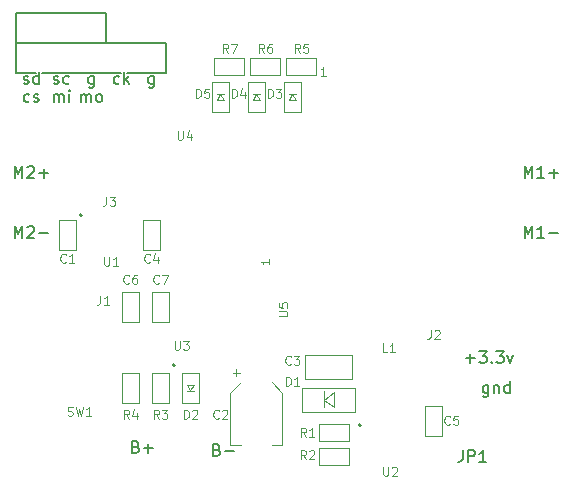
<source format=gbr>
G04 #@! TF.FileFunction,Legend,Top*
%FSLAX46Y46*%
G04 Gerber Fmt 4.6, Leading zero omitted, Abs format (unit mm)*
G04 Created by KiCad (PCBNEW (after 2015-may-25 BZR unknown)-product) date 9/14/2015 8:53:30 AM*
%MOMM*%
G01*
G04 APERTURE LIST*
%ADD10C,0.100000*%
%ADD11C,0.200000*%
%ADD12C,0.120000*%
%ADD13C,0.150000*%
G04 APERTURE END LIST*
D10*
D11*
X121920000Y-73660000D02*
X123571000Y-73660000D01*
X130810000Y-73660000D02*
X124079000Y-73660000D01*
X134620000Y-73660000D02*
X131318000Y-73660000D01*
X134620000Y-71120000D02*
X129540000Y-71120000D01*
X134620000Y-73660000D02*
X134620000Y-71120000D01*
X121920000Y-71120000D02*
X121920000Y-73660000D01*
X121920000Y-71120000D02*
X121920000Y-68580000D01*
X129540000Y-71120000D02*
X121920000Y-71120000D01*
X129540000Y-68580000D02*
X129540000Y-71120000D01*
X121920000Y-68580000D02*
X129540000Y-68580000D01*
D12*
X125539500Y-86106000D02*
X126936500Y-86106000D01*
X125539500Y-88646000D02*
X126936500Y-88646000D01*
X125539500Y-88646000D02*
X125539500Y-86106000D01*
X126936500Y-86106000D02*
X126936500Y-88646000D01*
X140540000Y-99375000D02*
X140540000Y-98775000D01*
X140240000Y-99075000D02*
X140840000Y-99075000D01*
X140040000Y-105175000D02*
X140940000Y-105175000D01*
X144440000Y-105175000D02*
X143540000Y-105175000D01*
X144440000Y-100775000D02*
X144440000Y-105175000D01*
X140040000Y-100775000D02*
X140040000Y-105175000D01*
X140040000Y-100775000D02*
X140940000Y-99875000D01*
X143540000Y-99875000D02*
X144440000Y-100775000D01*
X146367500Y-97536000D02*
X150304500Y-97536000D01*
X150304500Y-97536000D02*
X150304500Y-99568000D01*
X150304500Y-99568000D02*
X146367500Y-99568000D01*
X146367500Y-99568000D02*
X146367500Y-97536000D01*
X134048500Y-88646000D02*
X132651500Y-88646000D01*
X134048500Y-86106000D02*
X132651500Y-86106000D01*
X134048500Y-86106000D02*
X134048500Y-88646000D01*
X132651500Y-88646000D02*
X132651500Y-86106000D01*
X156527500Y-101854000D02*
X157924500Y-101854000D01*
X156527500Y-104394000D02*
X157924500Y-104394000D01*
X156527500Y-104394000D02*
X156527500Y-101854000D01*
X157924500Y-101854000D02*
X157924500Y-104394000D01*
X130873500Y-92202000D02*
X132270500Y-92202000D01*
X130873500Y-94742000D02*
X132270500Y-94742000D01*
X130873500Y-94742000D02*
X130873500Y-92202000D01*
X132270500Y-92202000D02*
X132270500Y-94742000D01*
X133413500Y-92202000D02*
X134810500Y-92202000D01*
X133413500Y-94742000D02*
X134810500Y-94742000D01*
X133413500Y-94742000D02*
X133413500Y-92202000D01*
X134810500Y-92202000D02*
X134810500Y-94742000D01*
X147955000Y-101981000D02*
X147955000Y-100647500D01*
X148780500Y-101981000D02*
X148780500Y-100711000D01*
X148780500Y-100711000D02*
X147955000Y-101346000D01*
X147955000Y-101346000D02*
X148780500Y-101981000D01*
X150622000Y-102362000D02*
X146113500Y-102362000D01*
X146113500Y-102362000D02*
X146113500Y-100330000D01*
X146113500Y-100330000D02*
X150622000Y-100330000D01*
X150622000Y-100330000D02*
X150622000Y-102362000D01*
X136969500Y-100584000D02*
X136334500Y-100584000D01*
X136334500Y-100076000D02*
X136652000Y-100520500D01*
X136652000Y-100520500D02*
X136969500Y-100076000D01*
X136969500Y-100076000D02*
X136334500Y-100076000D01*
X137350500Y-101600000D02*
X135953500Y-101600000D01*
X137350500Y-99060000D02*
X135953500Y-99060000D01*
X135953500Y-99060000D02*
X135953500Y-101600000D01*
X137350500Y-101600000D02*
X137350500Y-99060000D01*
X144970500Y-75438000D02*
X145605500Y-75438000D01*
X145605500Y-75946000D02*
X145288000Y-75501500D01*
X145288000Y-75501500D02*
X144970500Y-75946000D01*
X144970500Y-75946000D02*
X145605500Y-75946000D01*
X144589500Y-74422000D02*
X145986500Y-74422000D01*
X144589500Y-76962000D02*
X145986500Y-76962000D01*
X145986500Y-76962000D02*
X145986500Y-74422000D01*
X144589500Y-74422000D02*
X144589500Y-76962000D01*
X141922500Y-75438000D02*
X142557500Y-75438000D01*
X142557500Y-75946000D02*
X142240000Y-75501500D01*
X142240000Y-75501500D02*
X141922500Y-75946000D01*
X141922500Y-75946000D02*
X142557500Y-75946000D01*
X141541500Y-74422000D02*
X142938500Y-74422000D01*
X141541500Y-76962000D02*
X142938500Y-76962000D01*
X142938500Y-76962000D02*
X142938500Y-74422000D01*
X141541500Y-74422000D02*
X141541500Y-76962000D01*
X138874500Y-75438000D02*
X139509500Y-75438000D01*
X139509500Y-75946000D02*
X139192000Y-75501500D01*
X139192000Y-75501500D02*
X138874500Y-75946000D01*
X138874500Y-75946000D02*
X139509500Y-75946000D01*
X138493500Y-74422000D02*
X139890500Y-74422000D01*
X138493500Y-76962000D02*
X139890500Y-76962000D01*
X139890500Y-76962000D02*
X139890500Y-74422000D01*
X138493500Y-74422000D02*
X138493500Y-76962000D01*
X150114000Y-103441500D02*
X150114000Y-104838500D01*
X147574000Y-103441500D02*
X147574000Y-104838500D01*
X147574000Y-103441500D02*
X150114000Y-103441500D01*
X150114000Y-104838500D02*
X147574000Y-104838500D01*
X147574000Y-106870500D02*
X147574000Y-105473500D01*
X150114000Y-106870500D02*
X150114000Y-105473500D01*
X150114000Y-106870500D02*
X147574000Y-106870500D01*
X147574000Y-105473500D02*
X150114000Y-105473500D01*
X133413500Y-99060000D02*
X134810500Y-99060000D01*
X133413500Y-101600000D02*
X134810500Y-101600000D01*
X133413500Y-101600000D02*
X133413500Y-99060000D01*
X134810500Y-99060000D02*
X134810500Y-101600000D01*
X132270500Y-101600000D02*
X130873500Y-101600000D01*
X132270500Y-99060000D02*
X130873500Y-99060000D01*
X132270500Y-99060000D02*
X132270500Y-101600000D01*
X130873500Y-101600000D02*
X130873500Y-99060000D01*
X147320000Y-72453500D02*
X147320000Y-73850500D01*
X144780000Y-72453500D02*
X144780000Y-73850500D01*
X144780000Y-72453500D02*
X147320000Y-72453500D01*
X147320000Y-73850500D02*
X144780000Y-73850500D01*
X144272000Y-72453500D02*
X144272000Y-73850500D01*
X141732000Y-72453500D02*
X141732000Y-73850500D01*
X141732000Y-72453500D02*
X144272000Y-72453500D01*
X144272000Y-73850500D02*
X141732000Y-73850500D01*
X141224000Y-72453500D02*
X141224000Y-73850500D01*
X138684000Y-72453500D02*
X138684000Y-73850500D01*
X138684000Y-72453500D02*
X141224000Y-72453500D01*
X141224000Y-73850500D02*
X138684000Y-73850500D01*
D13*
X127470803Y-85725000D02*
G75*
G03X127470803Y-85725000I-89803J0D01*
G01*
X151092803Y-103505000D02*
G75*
G03X151092803Y-103505000I-89803J0D01*
G01*
X135344803Y-98425000D02*
G75*
G03X135344803Y-98425000I-89803J0D01*
G01*
D12*
X126113000Y-89675857D02*
X126077286Y-89711571D01*
X125970143Y-89747286D01*
X125898714Y-89747286D01*
X125791571Y-89711571D01*
X125720143Y-89640143D01*
X125684428Y-89568714D01*
X125648714Y-89425857D01*
X125648714Y-89318714D01*
X125684428Y-89175857D01*
X125720143Y-89104429D01*
X125791571Y-89033000D01*
X125898714Y-88997286D01*
X125970143Y-88997286D01*
X126077286Y-89033000D01*
X126113000Y-89068714D01*
X126827286Y-89747286D02*
X126398714Y-89747286D01*
X126613000Y-89747286D02*
X126613000Y-88997286D01*
X126541571Y-89104429D01*
X126470143Y-89175857D01*
X126398714Y-89211571D01*
X139067000Y-102883857D02*
X139031286Y-102919571D01*
X138924143Y-102955286D01*
X138852714Y-102955286D01*
X138745571Y-102919571D01*
X138674143Y-102848143D01*
X138638428Y-102776714D01*
X138602714Y-102633857D01*
X138602714Y-102526714D01*
X138638428Y-102383857D01*
X138674143Y-102312429D01*
X138745571Y-102241000D01*
X138852714Y-102205286D01*
X138924143Y-102205286D01*
X139031286Y-102241000D01*
X139067000Y-102276714D01*
X139352714Y-102276714D02*
X139388428Y-102241000D01*
X139459857Y-102205286D01*
X139638428Y-102205286D01*
X139709857Y-102241000D01*
X139745571Y-102276714D01*
X139781286Y-102348143D01*
X139781286Y-102419571D01*
X139745571Y-102526714D01*
X139317000Y-102955286D01*
X139781286Y-102955286D01*
X145163000Y-98311857D02*
X145127286Y-98347571D01*
X145020143Y-98383286D01*
X144948714Y-98383286D01*
X144841571Y-98347571D01*
X144770143Y-98276143D01*
X144734428Y-98204714D01*
X144698714Y-98061857D01*
X144698714Y-97954714D01*
X144734428Y-97811857D01*
X144770143Y-97740429D01*
X144841571Y-97669000D01*
X144948714Y-97633286D01*
X145020143Y-97633286D01*
X145127286Y-97669000D01*
X145163000Y-97704714D01*
X145413000Y-97633286D02*
X145877286Y-97633286D01*
X145627286Y-97919000D01*
X145734428Y-97919000D01*
X145805857Y-97954714D01*
X145841571Y-97990429D01*
X145877286Y-98061857D01*
X145877286Y-98240429D01*
X145841571Y-98311857D01*
X145805857Y-98347571D01*
X145734428Y-98383286D01*
X145520143Y-98383286D01*
X145448714Y-98347571D01*
X145413000Y-98311857D01*
X133225000Y-89675857D02*
X133189286Y-89711571D01*
X133082143Y-89747286D01*
X133010714Y-89747286D01*
X132903571Y-89711571D01*
X132832143Y-89640143D01*
X132796428Y-89568714D01*
X132760714Y-89425857D01*
X132760714Y-89318714D01*
X132796428Y-89175857D01*
X132832143Y-89104429D01*
X132903571Y-89033000D01*
X133010714Y-88997286D01*
X133082143Y-88997286D01*
X133189286Y-89033000D01*
X133225000Y-89068714D01*
X133867857Y-89247286D02*
X133867857Y-89747286D01*
X133689286Y-88961571D02*
X133510714Y-89497286D01*
X133975000Y-89497286D01*
X158625000Y-103391857D02*
X158589286Y-103427571D01*
X158482143Y-103463286D01*
X158410714Y-103463286D01*
X158303571Y-103427571D01*
X158232143Y-103356143D01*
X158196428Y-103284714D01*
X158160714Y-103141857D01*
X158160714Y-103034714D01*
X158196428Y-102891857D01*
X158232143Y-102820429D01*
X158303571Y-102749000D01*
X158410714Y-102713286D01*
X158482143Y-102713286D01*
X158589286Y-102749000D01*
X158625000Y-102784714D01*
X159303571Y-102713286D02*
X158946428Y-102713286D01*
X158910714Y-103070429D01*
X158946428Y-103034714D01*
X159017857Y-102999000D01*
X159196428Y-102999000D01*
X159267857Y-103034714D01*
X159303571Y-103070429D01*
X159339286Y-103141857D01*
X159339286Y-103320429D01*
X159303571Y-103391857D01*
X159267857Y-103427571D01*
X159196428Y-103463286D01*
X159017857Y-103463286D01*
X158946428Y-103427571D01*
X158910714Y-103391857D01*
X131447000Y-91453857D02*
X131411286Y-91489571D01*
X131304143Y-91525286D01*
X131232714Y-91525286D01*
X131125571Y-91489571D01*
X131054143Y-91418143D01*
X131018428Y-91346714D01*
X130982714Y-91203857D01*
X130982714Y-91096714D01*
X131018428Y-90953857D01*
X131054143Y-90882429D01*
X131125571Y-90811000D01*
X131232714Y-90775286D01*
X131304143Y-90775286D01*
X131411286Y-90811000D01*
X131447000Y-90846714D01*
X132089857Y-90775286D02*
X131947000Y-90775286D01*
X131875571Y-90811000D01*
X131839857Y-90846714D01*
X131768428Y-90953857D01*
X131732714Y-91096714D01*
X131732714Y-91382429D01*
X131768428Y-91453857D01*
X131804143Y-91489571D01*
X131875571Y-91525286D01*
X132018428Y-91525286D01*
X132089857Y-91489571D01*
X132125571Y-91453857D01*
X132161286Y-91382429D01*
X132161286Y-91203857D01*
X132125571Y-91132429D01*
X132089857Y-91096714D01*
X132018428Y-91061000D01*
X131875571Y-91061000D01*
X131804143Y-91096714D01*
X131768428Y-91132429D01*
X131732714Y-91203857D01*
X133987000Y-91453857D02*
X133951286Y-91489571D01*
X133844143Y-91525286D01*
X133772714Y-91525286D01*
X133665571Y-91489571D01*
X133594143Y-91418143D01*
X133558428Y-91346714D01*
X133522714Y-91203857D01*
X133522714Y-91096714D01*
X133558428Y-90953857D01*
X133594143Y-90882429D01*
X133665571Y-90811000D01*
X133772714Y-90775286D01*
X133844143Y-90775286D01*
X133951286Y-90811000D01*
X133987000Y-90846714D01*
X134237000Y-90775286D02*
X134737000Y-90775286D01*
X134415571Y-91525286D01*
X144734428Y-100161286D02*
X144734428Y-99411286D01*
X144913000Y-99411286D01*
X145020143Y-99447000D01*
X145091571Y-99518429D01*
X145127286Y-99589857D01*
X145163000Y-99732714D01*
X145163000Y-99839857D01*
X145127286Y-99982714D01*
X145091571Y-100054143D01*
X145020143Y-100125571D01*
X144913000Y-100161286D01*
X144734428Y-100161286D01*
X145877286Y-100161286D02*
X145448714Y-100161286D01*
X145663000Y-100161286D02*
X145663000Y-99411286D01*
X145591571Y-99518429D01*
X145520143Y-99589857D01*
X145448714Y-99625571D01*
X136098428Y-102955286D02*
X136098428Y-102205286D01*
X136277000Y-102205286D01*
X136384143Y-102241000D01*
X136455571Y-102312429D01*
X136491286Y-102383857D01*
X136527000Y-102526714D01*
X136527000Y-102633857D01*
X136491286Y-102776714D01*
X136455571Y-102848143D01*
X136384143Y-102919571D01*
X136277000Y-102955286D01*
X136098428Y-102955286D01*
X136812714Y-102276714D02*
X136848428Y-102241000D01*
X136919857Y-102205286D01*
X137098428Y-102205286D01*
X137169857Y-102241000D01*
X137205571Y-102276714D01*
X137241286Y-102348143D01*
X137241286Y-102419571D01*
X137205571Y-102526714D01*
X136777000Y-102955286D01*
X137241286Y-102955286D01*
X143210428Y-75777286D02*
X143210428Y-75027286D01*
X143389000Y-75027286D01*
X143496143Y-75063000D01*
X143567571Y-75134429D01*
X143603286Y-75205857D01*
X143639000Y-75348714D01*
X143639000Y-75455857D01*
X143603286Y-75598714D01*
X143567571Y-75670143D01*
X143496143Y-75741571D01*
X143389000Y-75777286D01*
X143210428Y-75777286D01*
X143889000Y-75027286D02*
X144353286Y-75027286D01*
X144103286Y-75313000D01*
X144210428Y-75313000D01*
X144281857Y-75348714D01*
X144317571Y-75384429D01*
X144353286Y-75455857D01*
X144353286Y-75634429D01*
X144317571Y-75705857D01*
X144281857Y-75741571D01*
X144210428Y-75777286D01*
X143996143Y-75777286D01*
X143924714Y-75741571D01*
X143889000Y-75705857D01*
X140162428Y-75777286D02*
X140162428Y-75027286D01*
X140341000Y-75027286D01*
X140448143Y-75063000D01*
X140519571Y-75134429D01*
X140555286Y-75205857D01*
X140591000Y-75348714D01*
X140591000Y-75455857D01*
X140555286Y-75598714D01*
X140519571Y-75670143D01*
X140448143Y-75741571D01*
X140341000Y-75777286D01*
X140162428Y-75777286D01*
X141233857Y-75277286D02*
X141233857Y-75777286D01*
X141055286Y-74991571D02*
X140876714Y-75527286D01*
X141341000Y-75527286D01*
X137114428Y-75777286D02*
X137114428Y-75027286D01*
X137293000Y-75027286D01*
X137400143Y-75063000D01*
X137471571Y-75134429D01*
X137507286Y-75205857D01*
X137543000Y-75348714D01*
X137543000Y-75455857D01*
X137507286Y-75598714D01*
X137471571Y-75670143D01*
X137400143Y-75741571D01*
X137293000Y-75777286D01*
X137114428Y-75777286D01*
X138221571Y-75027286D02*
X137864428Y-75027286D01*
X137828714Y-75384429D01*
X137864428Y-75348714D01*
X137935857Y-75313000D01*
X138114428Y-75313000D01*
X138185857Y-75348714D01*
X138221571Y-75384429D01*
X138257286Y-75455857D01*
X138257286Y-75634429D01*
X138221571Y-75705857D01*
X138185857Y-75741571D01*
X138114428Y-75777286D01*
X137935857Y-75777286D01*
X137864428Y-75741571D01*
X137828714Y-75705857D01*
X129036000Y-92553286D02*
X129036000Y-93089000D01*
X129000286Y-93196143D01*
X128928857Y-93267571D01*
X128821714Y-93303286D01*
X128750286Y-93303286D01*
X129786001Y-93303286D02*
X129357429Y-93303286D01*
X129571715Y-93303286D02*
X129571715Y-92553286D01*
X129500286Y-92660429D01*
X129428858Y-92731857D01*
X129357429Y-92767571D01*
D13*
X159694667Y-105624381D02*
X159694667Y-106338667D01*
X159647047Y-106481524D01*
X159551809Y-106576762D01*
X159408952Y-106624381D01*
X159313714Y-106624381D01*
X160170857Y-106624381D02*
X160170857Y-105624381D01*
X160551810Y-105624381D01*
X160647048Y-105672000D01*
X160694667Y-105719619D01*
X160742286Y-105814857D01*
X160742286Y-105957714D01*
X160694667Y-106052952D01*
X160647048Y-106100571D01*
X160551810Y-106148190D01*
X160170857Y-106148190D01*
X161694667Y-106624381D02*
X161123238Y-106624381D01*
X161408952Y-106624381D02*
X161408952Y-105624381D01*
X161313714Y-105767238D01*
X161218476Y-105862476D01*
X161123238Y-105910095D01*
D12*
X153321000Y-97315286D02*
X152963857Y-97315286D01*
X152963857Y-96565286D01*
X153963858Y-97315286D02*
X153535286Y-97315286D01*
X153749572Y-97315286D02*
X153749572Y-96565286D01*
X153678143Y-96672429D01*
X153606715Y-96743857D01*
X153535286Y-96779571D01*
D13*
X125087143Y-74572762D02*
X125182381Y-74620381D01*
X125372857Y-74620381D01*
X125468096Y-74572762D01*
X125515715Y-74477524D01*
X125515715Y-74429905D01*
X125468096Y-74334667D01*
X125372857Y-74287048D01*
X125230000Y-74287048D01*
X125134762Y-74239429D01*
X125087143Y-74144190D01*
X125087143Y-74096571D01*
X125134762Y-74001333D01*
X125230000Y-73953714D01*
X125372857Y-73953714D01*
X125468096Y-74001333D01*
X126372858Y-74572762D02*
X126277620Y-74620381D01*
X126087143Y-74620381D01*
X125991905Y-74572762D01*
X125944286Y-74525143D01*
X125896667Y-74429905D01*
X125896667Y-74144190D01*
X125944286Y-74048952D01*
X125991905Y-74001333D01*
X126087143Y-73953714D01*
X126277620Y-73953714D01*
X126372858Y-74001333D01*
X123023334Y-76096762D02*
X122928096Y-76144381D01*
X122737619Y-76144381D01*
X122642381Y-76096762D01*
X122594762Y-76049143D01*
X122547143Y-75953905D01*
X122547143Y-75668190D01*
X122594762Y-75572952D01*
X122642381Y-75525333D01*
X122737619Y-75477714D01*
X122928096Y-75477714D01*
X123023334Y-75525333D01*
X123404286Y-76096762D02*
X123499524Y-76144381D01*
X123690000Y-76144381D01*
X123785239Y-76096762D01*
X123832858Y-76001524D01*
X123832858Y-75953905D01*
X123785239Y-75858667D01*
X123690000Y-75811048D01*
X123547143Y-75811048D01*
X123451905Y-75763429D01*
X123404286Y-75668190D01*
X123404286Y-75620571D01*
X123451905Y-75525333D01*
X123547143Y-75477714D01*
X123690000Y-75477714D01*
X123785239Y-75525333D01*
X125063334Y-76144381D02*
X125063334Y-75477714D01*
X125063334Y-75572952D02*
X125110953Y-75525333D01*
X125206191Y-75477714D01*
X125349049Y-75477714D01*
X125444287Y-75525333D01*
X125491906Y-75620571D01*
X125491906Y-76144381D01*
X125491906Y-75620571D02*
X125539525Y-75525333D01*
X125634763Y-75477714D01*
X125777620Y-75477714D01*
X125872858Y-75525333D01*
X125920477Y-75620571D01*
X125920477Y-76144381D01*
X126396667Y-76144381D02*
X126396667Y-75477714D01*
X126396667Y-75144381D02*
X126349048Y-75192000D01*
X126396667Y-75239619D01*
X126444286Y-75192000D01*
X126396667Y-75144381D01*
X126396667Y-75239619D01*
X127389048Y-76144381D02*
X127389048Y-75477714D01*
X127389048Y-75572952D02*
X127436667Y-75525333D01*
X127531905Y-75477714D01*
X127674763Y-75477714D01*
X127770001Y-75525333D01*
X127817620Y-75620571D01*
X127817620Y-76144381D01*
X127817620Y-75620571D02*
X127865239Y-75525333D01*
X127960477Y-75477714D01*
X128103334Y-75477714D01*
X128198572Y-75525333D01*
X128246191Y-75620571D01*
X128246191Y-76144381D01*
X128865238Y-76144381D02*
X128770000Y-76096762D01*
X128722381Y-76049143D01*
X128674762Y-75953905D01*
X128674762Y-75668190D01*
X128722381Y-75572952D01*
X128770000Y-75525333D01*
X128865238Y-75477714D01*
X129008096Y-75477714D01*
X129103334Y-75525333D01*
X129150953Y-75572952D01*
X129198572Y-75668190D01*
X129198572Y-75953905D01*
X129150953Y-76049143D01*
X129103334Y-76096762D01*
X129008096Y-76144381D01*
X128865238Y-76144381D01*
X130643334Y-74572762D02*
X130548096Y-74620381D01*
X130357619Y-74620381D01*
X130262381Y-74572762D01*
X130214762Y-74525143D01*
X130167143Y-74429905D01*
X130167143Y-74144190D01*
X130214762Y-74048952D01*
X130262381Y-74001333D01*
X130357619Y-73953714D01*
X130548096Y-73953714D01*
X130643334Y-74001333D01*
X131071905Y-74620381D02*
X131071905Y-73620381D01*
X131167143Y-74239429D02*
X131452858Y-74620381D01*
X131452858Y-73953714D02*
X131071905Y-74334667D01*
X159972619Y-97861429D02*
X160734524Y-97861429D01*
X160353572Y-98242381D02*
X160353572Y-97480476D01*
X161115476Y-97242381D02*
X161734524Y-97242381D01*
X161401190Y-97623333D01*
X161544048Y-97623333D01*
X161639286Y-97670952D01*
X161686905Y-97718571D01*
X161734524Y-97813810D01*
X161734524Y-98051905D01*
X161686905Y-98147143D01*
X161639286Y-98194762D01*
X161544048Y-98242381D01*
X161258333Y-98242381D01*
X161163095Y-98194762D01*
X161115476Y-98147143D01*
X162163095Y-98147143D02*
X162210714Y-98194762D01*
X162163095Y-98242381D01*
X162115476Y-98194762D01*
X162163095Y-98147143D01*
X162163095Y-98242381D01*
X162544047Y-97242381D02*
X163163095Y-97242381D01*
X162829761Y-97623333D01*
X162972619Y-97623333D01*
X163067857Y-97670952D01*
X163115476Y-97718571D01*
X163163095Y-97813810D01*
X163163095Y-98051905D01*
X163115476Y-98147143D01*
X163067857Y-98194762D01*
X162972619Y-98242381D01*
X162686904Y-98242381D01*
X162591666Y-98194762D01*
X162544047Y-98147143D01*
X163496428Y-97575714D02*
X163734523Y-98242381D01*
X163972619Y-97575714D01*
X161869524Y-100115714D02*
X161869524Y-100925238D01*
X161821905Y-101020476D01*
X161774286Y-101068095D01*
X161679047Y-101115714D01*
X161536190Y-101115714D01*
X161440952Y-101068095D01*
X161869524Y-100734762D02*
X161774286Y-100782381D01*
X161583809Y-100782381D01*
X161488571Y-100734762D01*
X161440952Y-100687143D01*
X161393333Y-100591905D01*
X161393333Y-100306190D01*
X161440952Y-100210952D01*
X161488571Y-100163333D01*
X161583809Y-100115714D01*
X161774286Y-100115714D01*
X161869524Y-100163333D01*
X162345714Y-100115714D02*
X162345714Y-100782381D01*
X162345714Y-100210952D02*
X162393333Y-100163333D01*
X162488571Y-100115714D01*
X162631429Y-100115714D01*
X162726667Y-100163333D01*
X162774286Y-100258571D01*
X162774286Y-100782381D01*
X163679048Y-100782381D02*
X163679048Y-99782381D01*
X163679048Y-100734762D02*
X163583810Y-100782381D01*
X163393333Y-100782381D01*
X163298095Y-100734762D01*
X163250476Y-100687143D01*
X163202857Y-100591905D01*
X163202857Y-100306190D01*
X163250476Y-100210952D01*
X163298095Y-100163333D01*
X163393333Y-100115714D01*
X163583810Y-100115714D01*
X163679048Y-100163333D01*
X164941429Y-82562381D02*
X164941429Y-81562381D01*
X165274763Y-82276667D01*
X165608096Y-81562381D01*
X165608096Y-82562381D01*
X166608096Y-82562381D02*
X166036667Y-82562381D01*
X166322381Y-82562381D02*
X166322381Y-81562381D01*
X166227143Y-81705238D01*
X166131905Y-81800476D01*
X166036667Y-81848095D01*
X167036667Y-82181429D02*
X167798572Y-82181429D01*
X167417620Y-82562381D02*
X167417620Y-81800476D01*
X164941429Y-87642381D02*
X164941429Y-86642381D01*
X165274763Y-87356667D01*
X165608096Y-86642381D01*
X165608096Y-87642381D01*
X166608096Y-87642381D02*
X166036667Y-87642381D01*
X166322381Y-87642381D02*
X166322381Y-86642381D01*
X166227143Y-86785238D01*
X166131905Y-86880476D01*
X166036667Y-86928095D01*
X167036667Y-87261429D02*
X167798572Y-87261429D01*
X121761429Y-82562381D02*
X121761429Y-81562381D01*
X122094763Y-82276667D01*
X122428096Y-81562381D01*
X122428096Y-82562381D01*
X122856667Y-81657619D02*
X122904286Y-81610000D01*
X122999524Y-81562381D01*
X123237620Y-81562381D01*
X123332858Y-81610000D01*
X123380477Y-81657619D01*
X123428096Y-81752857D01*
X123428096Y-81848095D01*
X123380477Y-81990952D01*
X122809048Y-82562381D01*
X123428096Y-82562381D01*
X123856667Y-82181429D02*
X124618572Y-82181429D01*
X124237620Y-82562381D02*
X124237620Y-81800476D01*
X121761429Y-87642381D02*
X121761429Y-86642381D01*
X122094763Y-87356667D01*
X122428096Y-86642381D01*
X122428096Y-87642381D01*
X122856667Y-86737619D02*
X122904286Y-86690000D01*
X122999524Y-86642381D01*
X123237620Y-86642381D01*
X123332858Y-86690000D01*
X123380477Y-86737619D01*
X123428096Y-86832857D01*
X123428096Y-86928095D01*
X123380477Y-87070952D01*
X122809048Y-87642381D01*
X123428096Y-87642381D01*
X123856667Y-87261429D02*
X124618572Y-87261429D01*
D12*
X146433000Y-104479286D02*
X146183000Y-104122143D01*
X146004428Y-104479286D02*
X146004428Y-103729286D01*
X146290143Y-103729286D01*
X146361571Y-103765000D01*
X146397286Y-103800714D01*
X146433000Y-103872143D01*
X146433000Y-103979286D01*
X146397286Y-104050714D01*
X146361571Y-104086429D01*
X146290143Y-104122143D01*
X146004428Y-104122143D01*
X147147286Y-104479286D02*
X146718714Y-104479286D01*
X146933000Y-104479286D02*
X146933000Y-103729286D01*
X146861571Y-103836429D01*
X146790143Y-103907857D01*
X146718714Y-103943571D01*
X146433000Y-106384286D02*
X146183000Y-106027143D01*
X146004428Y-106384286D02*
X146004428Y-105634286D01*
X146290143Y-105634286D01*
X146361571Y-105670000D01*
X146397286Y-105705714D01*
X146433000Y-105777143D01*
X146433000Y-105884286D01*
X146397286Y-105955714D01*
X146361571Y-105991429D01*
X146290143Y-106027143D01*
X146004428Y-106027143D01*
X146718714Y-105705714D02*
X146754428Y-105670000D01*
X146825857Y-105634286D01*
X147004428Y-105634286D01*
X147075857Y-105670000D01*
X147111571Y-105705714D01*
X147147286Y-105777143D01*
X147147286Y-105848571D01*
X147111571Y-105955714D01*
X146683000Y-106384286D01*
X147147286Y-106384286D01*
X133987000Y-102955286D02*
X133737000Y-102598143D01*
X133558428Y-102955286D02*
X133558428Y-102205286D01*
X133844143Y-102205286D01*
X133915571Y-102241000D01*
X133951286Y-102276714D01*
X133987000Y-102348143D01*
X133987000Y-102455286D01*
X133951286Y-102526714D01*
X133915571Y-102562429D01*
X133844143Y-102598143D01*
X133558428Y-102598143D01*
X134237000Y-102205286D02*
X134701286Y-102205286D01*
X134451286Y-102491000D01*
X134558428Y-102491000D01*
X134629857Y-102526714D01*
X134665571Y-102562429D01*
X134701286Y-102633857D01*
X134701286Y-102812429D01*
X134665571Y-102883857D01*
X134629857Y-102919571D01*
X134558428Y-102955286D01*
X134344143Y-102955286D01*
X134272714Y-102919571D01*
X134237000Y-102883857D01*
X131447000Y-102955286D02*
X131197000Y-102598143D01*
X131018428Y-102955286D02*
X131018428Y-102205286D01*
X131304143Y-102205286D01*
X131375571Y-102241000D01*
X131411286Y-102276714D01*
X131447000Y-102348143D01*
X131447000Y-102455286D01*
X131411286Y-102526714D01*
X131375571Y-102562429D01*
X131304143Y-102598143D01*
X131018428Y-102598143D01*
X132089857Y-102455286D02*
X132089857Y-102955286D01*
X131911286Y-102169571D02*
X131732714Y-102705286D01*
X132197000Y-102705286D01*
X145925000Y-71967286D02*
X145675000Y-71610143D01*
X145496428Y-71967286D02*
X145496428Y-71217286D01*
X145782143Y-71217286D01*
X145853571Y-71253000D01*
X145889286Y-71288714D01*
X145925000Y-71360143D01*
X145925000Y-71467286D01*
X145889286Y-71538714D01*
X145853571Y-71574429D01*
X145782143Y-71610143D01*
X145496428Y-71610143D01*
X146603571Y-71217286D02*
X146246428Y-71217286D01*
X146210714Y-71574429D01*
X146246428Y-71538714D01*
X146317857Y-71503000D01*
X146496428Y-71503000D01*
X146567857Y-71538714D01*
X146603571Y-71574429D01*
X146639286Y-71645857D01*
X146639286Y-71824429D01*
X146603571Y-71895857D01*
X146567857Y-71931571D01*
X146496428Y-71967286D01*
X146317857Y-71967286D01*
X146246428Y-71931571D01*
X146210714Y-71895857D01*
X142877000Y-71967286D02*
X142627000Y-71610143D01*
X142448428Y-71967286D02*
X142448428Y-71217286D01*
X142734143Y-71217286D01*
X142805571Y-71253000D01*
X142841286Y-71288714D01*
X142877000Y-71360143D01*
X142877000Y-71467286D01*
X142841286Y-71538714D01*
X142805571Y-71574429D01*
X142734143Y-71610143D01*
X142448428Y-71610143D01*
X143519857Y-71217286D02*
X143377000Y-71217286D01*
X143305571Y-71253000D01*
X143269857Y-71288714D01*
X143198428Y-71395857D01*
X143162714Y-71538714D01*
X143162714Y-71824429D01*
X143198428Y-71895857D01*
X143234143Y-71931571D01*
X143305571Y-71967286D01*
X143448428Y-71967286D01*
X143519857Y-71931571D01*
X143555571Y-71895857D01*
X143591286Y-71824429D01*
X143591286Y-71645857D01*
X143555571Y-71574429D01*
X143519857Y-71538714D01*
X143448428Y-71503000D01*
X143305571Y-71503000D01*
X143234143Y-71538714D01*
X143198428Y-71574429D01*
X143162714Y-71645857D01*
X139829000Y-71967286D02*
X139579000Y-71610143D01*
X139400428Y-71967286D02*
X139400428Y-71217286D01*
X139686143Y-71217286D01*
X139757571Y-71253000D01*
X139793286Y-71288714D01*
X139829000Y-71360143D01*
X139829000Y-71467286D01*
X139793286Y-71538714D01*
X139757571Y-71574429D01*
X139686143Y-71610143D01*
X139400428Y-71610143D01*
X140079000Y-71217286D02*
X140579000Y-71217286D01*
X140257571Y-71967286D01*
X126254000Y-102665571D02*
X126361143Y-102701286D01*
X126539714Y-102701286D01*
X126611143Y-102665571D01*
X126646857Y-102629857D01*
X126682572Y-102558429D01*
X126682572Y-102487000D01*
X126646857Y-102415571D01*
X126611143Y-102379857D01*
X126539714Y-102344143D01*
X126396857Y-102308429D01*
X126325429Y-102272714D01*
X126289714Y-102237000D01*
X126254000Y-102165571D01*
X126254000Y-102094143D01*
X126289714Y-102022714D01*
X126325429Y-101987000D01*
X126396857Y-101951286D01*
X126575429Y-101951286D01*
X126682572Y-101987000D01*
X126932572Y-101951286D02*
X127111143Y-102701286D01*
X127254000Y-102165571D01*
X127396858Y-102701286D01*
X127575429Y-101951286D01*
X128254001Y-102701286D02*
X127825429Y-102701286D01*
X128039715Y-102701286D02*
X128039715Y-101951286D01*
X127968286Y-102058429D01*
X127896858Y-102129857D01*
X127825429Y-102165571D01*
X129349571Y-89251286D02*
X129349571Y-89858429D01*
X129385286Y-89929857D01*
X129421000Y-89965571D01*
X129492429Y-90001286D01*
X129635286Y-90001286D01*
X129706714Y-89965571D01*
X129742429Y-89929857D01*
X129778143Y-89858429D01*
X129778143Y-89251286D01*
X130528143Y-90001286D02*
X130099571Y-90001286D01*
X130313857Y-90001286D02*
X130313857Y-89251286D01*
X130242428Y-89358429D01*
X130171000Y-89429857D01*
X130099571Y-89465571D01*
X152971571Y-107031286D02*
X152971571Y-107638429D01*
X153007286Y-107709857D01*
X153043000Y-107745571D01*
X153114429Y-107781286D01*
X153257286Y-107781286D01*
X153328714Y-107745571D01*
X153364429Y-107709857D01*
X153400143Y-107638429D01*
X153400143Y-107031286D01*
X153721571Y-107102714D02*
X153757285Y-107067000D01*
X153828714Y-107031286D01*
X154007285Y-107031286D01*
X154078714Y-107067000D01*
X154114428Y-107102714D01*
X154150143Y-107174143D01*
X154150143Y-107245571D01*
X154114428Y-107352714D01*
X153685857Y-107781286D01*
X154150143Y-107781286D01*
X135318571Y-96363286D02*
X135318571Y-96970429D01*
X135354286Y-97041857D01*
X135390000Y-97077571D01*
X135461429Y-97113286D01*
X135604286Y-97113286D01*
X135675714Y-97077571D01*
X135711429Y-97041857D01*
X135747143Y-96970429D01*
X135747143Y-96363286D01*
X136032857Y-96363286D02*
X136497143Y-96363286D01*
X136247143Y-96649000D01*
X136354285Y-96649000D01*
X136425714Y-96684714D01*
X136461428Y-96720429D01*
X136497143Y-96791857D01*
X136497143Y-96970429D01*
X136461428Y-97041857D01*
X136425714Y-97077571D01*
X136354285Y-97113286D01*
X136140000Y-97113286D01*
X136068571Y-97077571D01*
X136032857Y-97041857D01*
X135572571Y-78583286D02*
X135572571Y-79190429D01*
X135608286Y-79261857D01*
X135644000Y-79297571D01*
X135715429Y-79333286D01*
X135858286Y-79333286D01*
X135929714Y-79297571D01*
X135965429Y-79261857D01*
X136001143Y-79190429D01*
X136001143Y-78583286D01*
X136679714Y-78833286D02*
X136679714Y-79333286D01*
X136501143Y-78547571D02*
X136322571Y-79083286D01*
X136786857Y-79083286D01*
X144115286Y-94297429D02*
X144722429Y-94297429D01*
X144793857Y-94261714D01*
X144829571Y-94226000D01*
X144865286Y-94154571D01*
X144865286Y-94011714D01*
X144829571Y-93940286D01*
X144793857Y-93904571D01*
X144722429Y-93868857D01*
X144115286Y-93868857D01*
X144115286Y-93154572D02*
X144115286Y-93511715D01*
X144472429Y-93547429D01*
X144436714Y-93511715D01*
X144401000Y-93440286D01*
X144401000Y-93261715D01*
X144436714Y-93190286D01*
X144472429Y-93154572D01*
X144543857Y-93118857D01*
X144722429Y-93118857D01*
X144793857Y-93154572D01*
X144829571Y-93190286D01*
X144865286Y-93261715D01*
X144865286Y-93440286D01*
X144829571Y-93511715D01*
X144793857Y-93547429D01*
X143341286Y-89447714D02*
X143341286Y-89876286D01*
X143341286Y-89662000D02*
X142591286Y-89662000D01*
X142698429Y-89733429D01*
X142769857Y-89804857D01*
X142805571Y-89876286D01*
X157010000Y-95449286D02*
X157010000Y-95985000D01*
X156974286Y-96092143D01*
X156902857Y-96163571D01*
X156795714Y-96199286D01*
X156724286Y-96199286D01*
X157331429Y-95520714D02*
X157367143Y-95485000D01*
X157438572Y-95449286D01*
X157617143Y-95449286D01*
X157688572Y-95485000D01*
X157724286Y-95520714D01*
X157760001Y-95592143D01*
X157760001Y-95663571D01*
X157724286Y-95770714D01*
X157295715Y-96199286D01*
X157760001Y-96199286D01*
X148126286Y-73917286D02*
X147697714Y-73917286D01*
X147912000Y-73917286D02*
X147912000Y-73167286D01*
X147840571Y-73274429D01*
X147769143Y-73345857D01*
X147697714Y-73381571D01*
X129544000Y-84171286D02*
X129544000Y-84707000D01*
X129508286Y-84814143D01*
X129436857Y-84885571D01*
X129329714Y-84921286D01*
X129258286Y-84921286D01*
X129829715Y-84171286D02*
X130294001Y-84171286D01*
X130044001Y-84457000D01*
X130151143Y-84457000D01*
X130222572Y-84492714D01*
X130258286Y-84528429D01*
X130294001Y-84599857D01*
X130294001Y-84778429D01*
X130258286Y-84849857D01*
X130222572Y-84885571D01*
X130151143Y-84921286D01*
X129936858Y-84921286D01*
X129865429Y-84885571D01*
X129829715Y-84849857D01*
D13*
X138898382Y-105592571D02*
X139041239Y-105640190D01*
X139088858Y-105687810D01*
X139136477Y-105783048D01*
X139136477Y-105925905D01*
X139088858Y-106021143D01*
X139041239Y-106068762D01*
X138946001Y-106116381D01*
X138565048Y-106116381D01*
X138565048Y-105116381D01*
X138898382Y-105116381D01*
X138993620Y-105164000D01*
X139041239Y-105211619D01*
X139088858Y-105306857D01*
X139088858Y-105402095D01*
X139041239Y-105497333D01*
X138993620Y-105544952D01*
X138898382Y-105592571D01*
X138565048Y-105592571D01*
X139565048Y-105735429D02*
X140326953Y-105735429D01*
X132040382Y-105338571D02*
X132183239Y-105386190D01*
X132230858Y-105433810D01*
X132278477Y-105529048D01*
X132278477Y-105671905D01*
X132230858Y-105767143D01*
X132183239Y-105814762D01*
X132088001Y-105862381D01*
X131707048Y-105862381D01*
X131707048Y-104862381D01*
X132040382Y-104862381D01*
X132135620Y-104910000D01*
X132183239Y-104957619D01*
X132230858Y-105052857D01*
X132230858Y-105148095D01*
X132183239Y-105243333D01*
X132135620Y-105290952D01*
X132040382Y-105338571D01*
X131707048Y-105338571D01*
X132707048Y-105481429D02*
X133468953Y-105481429D01*
X133088001Y-105862381D02*
X133088001Y-105100476D01*
X128484286Y-73953714D02*
X128484286Y-74763238D01*
X128436667Y-74858476D01*
X128389048Y-74906095D01*
X128293809Y-74953714D01*
X128150952Y-74953714D01*
X128055714Y-74906095D01*
X128484286Y-74572762D02*
X128389048Y-74620381D01*
X128198571Y-74620381D01*
X128103333Y-74572762D01*
X128055714Y-74525143D01*
X128008095Y-74429905D01*
X128008095Y-74144190D01*
X128055714Y-74048952D01*
X128103333Y-74001333D01*
X128198571Y-73953714D01*
X128389048Y-73953714D01*
X128484286Y-74001333D01*
X133564286Y-73953714D02*
X133564286Y-74763238D01*
X133516667Y-74858476D01*
X133469048Y-74906095D01*
X133373809Y-74953714D01*
X133230952Y-74953714D01*
X133135714Y-74906095D01*
X133564286Y-74572762D02*
X133469048Y-74620381D01*
X133278571Y-74620381D01*
X133183333Y-74572762D01*
X133135714Y-74525143D01*
X133088095Y-74429905D01*
X133088095Y-74144190D01*
X133135714Y-74048952D01*
X133183333Y-74001333D01*
X133278571Y-73953714D01*
X133469048Y-73953714D01*
X133564286Y-74001333D01*
X122523333Y-74572762D02*
X122618571Y-74620381D01*
X122809047Y-74620381D01*
X122904286Y-74572762D01*
X122951905Y-74477524D01*
X122951905Y-74429905D01*
X122904286Y-74334667D01*
X122809047Y-74287048D01*
X122666190Y-74287048D01*
X122570952Y-74239429D01*
X122523333Y-74144190D01*
X122523333Y-74096571D01*
X122570952Y-74001333D01*
X122666190Y-73953714D01*
X122809047Y-73953714D01*
X122904286Y-74001333D01*
X123809048Y-74620381D02*
X123809048Y-73620381D01*
X123809048Y-74572762D02*
X123713810Y-74620381D01*
X123523333Y-74620381D01*
X123428095Y-74572762D01*
X123380476Y-74525143D01*
X123332857Y-74429905D01*
X123332857Y-74144190D01*
X123380476Y-74048952D01*
X123428095Y-74001333D01*
X123523333Y-73953714D01*
X123713810Y-73953714D01*
X123809048Y-74001333D01*
M02*

</source>
